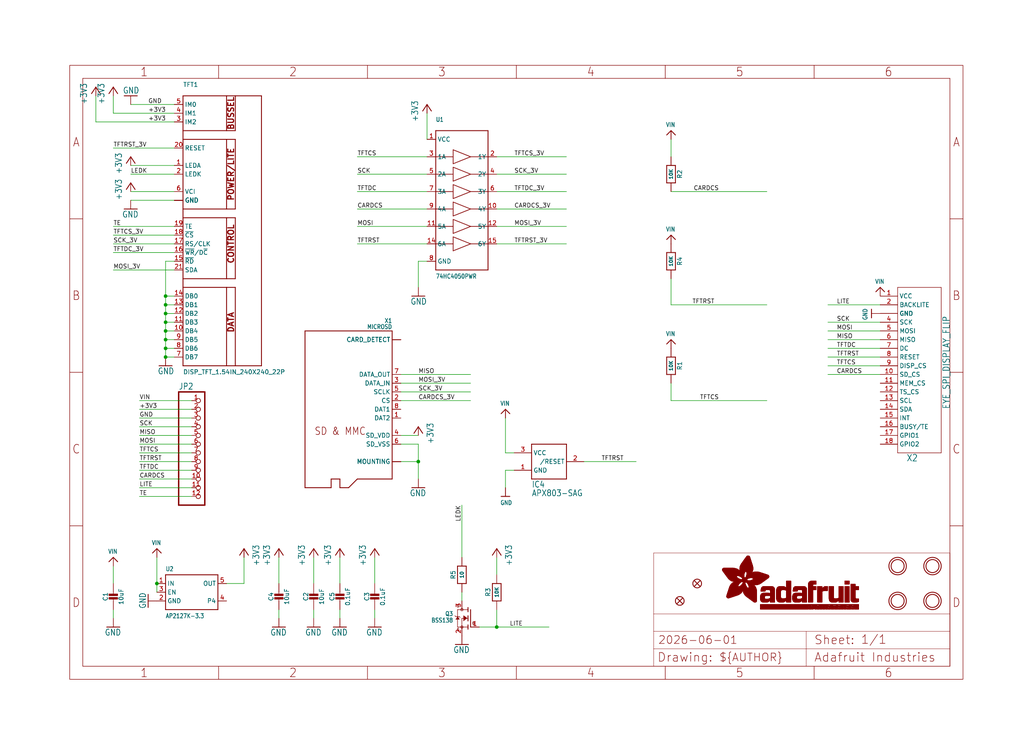
<source format=kicad_sch>
(kicad_sch (version 20230121) (generator eeschema)
  (paper "User" 298.45 217.322)
  (lib_symbols
    (symbol "working-eagle-import:+3V3" (power)
      (property "Value" "+3V3" (at -2.54 -5.08 90))
      (symbol "+3V3_1_0"
        (pin power_in line (at 0 -2.54 90) (length 2.54) (name "+3V3") (number "1"))
      )
    )
    (symbol "working-eagle-import:74HC4050DTSSOP"
      (property "Reference" "U" (at -7.62 22.86 0))
      (symbol "74HC4050DTSSOP_1_0"
        (pin bidirectional line (at -10.16 17.78 0) (length 2.54) (name "VCC") (number "1"))
        (pin bidirectional line (at 10.16 -2.54 180) (length 2.54) (name "4Y") (number "10"))
        (pin bidirectional line (at -10.16 -7.62 0) (length 2.54) (name "5A") (number "11"))
        (pin bidirectional line (at 10.16 -7.62 180) (length 2.54) (name "5Y") (number "12"))
        (pin bidirectional line (at -10.16 -12.7 0) (length 2.54) (name "6A") (number "14"))
        (pin bidirectional line (at 10.16 -12.7 180) (length 2.54) (name "6Y") (number "15"))
        (pin bidirectional line (at 10.16 12.7 180) (length 2.54) (name "1Y") (number "2"))
        (pin bidirectional line (at -10.16 12.7 0) (length 2.54) (name "1A") (number "3"))
        (pin bidirectional line (at 10.16 7.62 180) (length 2.54) (name "2Y") (number "4"))
        (pin bidirectional line (at -10.16 7.62 0) (length 2.54) (name "2A") (number "5"))
        (pin bidirectional line (at 10.16 2.54 180) (length 2.54) (name "3Y") (number "6"))
        (pin bidirectional line (at -10.16 2.54 0) (length 2.54) (name "3A") (number "7"))
        (pin bidirectional line (at -10.16 -17.78 0) (length 2.54) (name "GND") (number "8"))
        (pin bidirectional line (at -10.16 -2.54 0) (length 2.54) (name "4A") (number "9"))
      )
    )
    (symbol "working-eagle-import:APX083-SAG"
      (property "Reference" "IC" (at -5.08 -7.62 0))
      (symbol "APX083-SAG_1_0"
        (pin power_in line (at -10.16 -2.54 0) (length 5.08) (name "GND") (number "1"))
        (pin output line (at 10.16 0 180) (length 5.08) (name "/RESET") (number "2"))
        (pin power_in line (at -10.16 2.54 0) (length 5.08) (name "VCC") (number "3"))
      )
    )
    (symbol "working-eagle-import:CAP_CERAMIC0603_NO"
      (property "Reference" "C" (at -2.29 1.25 90))
      (symbol "CAP_CERAMIC0603_NO_1_0"
        (pin passive line (at 0 5.08 270) (length 2.54) (name "1") (number "1"))
        (pin passive line (at 0 -2.54 90) (length 2.54) (name "2") (number "2"))
      )
    )
    (symbol "working-eagle-import:CAP_CERAMIC0805-NOOUTLINE"
      (property "Reference" "C" (at -2.29 1.25 90))
      (symbol "CAP_CERAMIC0805-NOOUTLINE_1_0"
        (pin passive line (at 0 5.08 270) (length 2.54) (name "1") (number "1"))
        (pin passive line (at 0 -2.54 90) (length 2.54) (name "2") (number "2"))
      )
    )
    (symbol "working-eagle-import:DISP_TFT_1.54IN_240X240_22P"
      (property "Reference" "TFT" (at -15.24 43.18 0))
      (symbol "DISP_TFT_1.54IN_240X240_22P_1_0"
        (text "BUSSEL" (at -1.27 35.56 900) (effects (font (size 1.6764 1.6764) (thickness 0.3353) bold)))
        (text "CONTROL" (at -1.27 -2.54 900) (effects (font (size 1.6764 1.6764) (thickness 0.3353) bold)))
        (text "DATA" (at -1.27 -25.4 900) (effects (font (size 1.6764 1.6764) (thickness 0.3353) bold)))
        (text "POWER/LITE" (at -1.27 17.78 900) (effects (font (size 1.6764 1.6764) (thickness 0.3353) bold)))
        (pin input line (at -17.78 20.32 0) (length 2.54) (name "LEDA") (number "1"))
        (pin bidirectional line (at -17.78 -27.94 0) (length 2.54) (name "DB4") (number "10"))
        (pin bidirectional line (at -17.78 -25.4 0) (length 2.54) (name "DB3") (number "11"))
        (pin bidirectional line (at -17.78 -22.86 0) (length 2.54) (name "DB2") (number "12"))
        (pin bidirectional line (at -17.78 -20.32 0) (length 2.54) (name "DB1") (number "13"))
        (pin bidirectional line (at -17.78 -17.78 0) (length 2.54) (name "DB0") (number "14"))
        (pin input line (at -17.78 -7.62 0) (length 2.54) (name "~{RD}") (number "15"))
        (pin input line (at -17.78 -5.08 0) (length 2.54) (name "~{WR}/D~{C}") (number "16"))
        (pin input line (at -17.78 -2.54 0) (length 2.54) (name "RS/CLK") (number "17"))
        (pin input line (at -17.78 0 0) (length 2.54) (name "~{CS}") (number "18"))
        (pin output line (at -17.78 2.54 0) (length 2.54) (name "TE") (number "19"))
        (pin input line (at -17.78 17.78 0) (length 2.54) (name "LEDK") (number "2"))
        (pin input line (at -17.78 25.4 0) (length 2.54) (name "RESET") (number "20"))
        (pin bidirectional line (at -17.78 -10.16 0) (length 2.54) (name "SDA") (number "21"))
        (pin power_in line (at -17.78 10.16 0) (length 2.54) (name "GND") (number "22"))
        (pin input line (at -17.78 33.02 0) (length 2.54) (name "IM2") (number "3"))
        (pin input line (at -17.78 35.56 0) (length 2.54) (name "IM1") (number "4"))
        (pin input line (at -17.78 38.1 0) (length 2.54) (name "IM0") (number "5"))
        (pin power_in line (at -17.78 12.7 0) (length 2.54) (name "VCI") (number "6"))
        (pin bidirectional line (at -17.78 -35.56 0) (length 2.54) (name "DB7") (number "7"))
        (pin bidirectional line (at -17.78 -33.02 0) (length 2.54) (name "DB6") (number "8"))
        (pin bidirectional line (at -17.78 -30.48 0) (length 2.54) (name "DB5") (number "9"))
        (pin power_in line (at -17.78 10.16 0) (length 2.54) (name "GND") (number "SUPPORT1"))
        (pin power_in line (at -17.78 10.16 0) (length 2.54) (name "GND") (number "SUPPORT2"))
      )
    )
    (symbol "working-eagle-import:EYE_SPI_DISPLAY_FLIP"
      (property "Reference" "X" (at 2.54 -27.94 0))
      (symbol "EYE_SPI_DISPLAY_FLIP_1_0"
        (pin power_in line (at -5.08 20.32 0) (length 5.08) (name "VCC") (number "1"))
        (pin input line (at -5.08 -2.54 0) (length 5.08) (name "SD_CS") (number "10"))
        (pin input line (at -5.08 -5.08 0) (length 5.08) (name "MEM_CS") (number "11"))
        (pin input line (at -5.08 -7.62 0) (length 5.08) (name "TS_CS") (number "12"))
        (pin input line (at -5.08 -10.16 0) (length 5.08) (name "SCL") (number "13"))
        (pin bidirectional line (at -5.08 -12.7 0) (length 5.08) (name "SDA") (number "14"))
        (pin output line (at -5.08 -15.24 0) (length 5.08) (name "INT") (number "15"))
        (pin output line (at -5.08 -17.78 0) (length 5.08) (name "BUSY/TE") (number "16"))
        (pin passive line (at -5.08 -20.32 0) (length 5.08) (name "GPIO1") (number "17"))
        (pin passive line (at -5.08 -22.86 0) (length 5.08) (name "GPIO2") (number "18"))
        (pin input line (at -5.08 17.78 0) (length 5.08) (name "BACKLITE") (number "2"))
        (pin power_in line (at -5.08 15.24 0) (length 5.08) (name "GND") (number "3"))
        (pin input line (at -5.08 12.7 0) (length 5.08) (name "SCK") (number "4"))
        (pin input line (at -5.08 10.16 0) (length 5.08) (name "MOSI") (number "5"))
        (pin output line (at -5.08 7.62 0) (length 5.08) (name "MISO") (number "6"))
        (pin input line (at -5.08 5.08 0) (length 5.08) (name "DC") (number "7"))
        (pin input line (at -5.08 2.54 0) (length 5.08) (name "RESET") (number "8"))
        (pin input line (at -5.08 0 0) (length 5.08) (name "DISP_CS") (number "9"))
        (pin power_in line (at -5.08 15.24 0) (length 5.08) (name "GND") (number "SUPPORT1"))
        (pin power_in line (at -5.08 15.24 0) (length 5.08) (name "GND") (number "SUPPORT2"))
      )
    )
    (symbol "working-eagle-import:FIDUCIAL_1MM")
    (symbol "working-eagle-import:FRAME_A4_ADAFRUIT"
      (symbol "FRAME_A4_ADAFRUIT_1_0"
        (text "${#}/${##}" (at 230.505 10.16 0) (effects (font (size 2.54 2.54)) (justify left bottom)))
        (text "${AUTHOR}" (at 189.23 5.08 0) (effects (font (size 2.286 2.286)) (justify left bottom)))
        (text "${CURRENT_DATE}" (at 171.45 10.16 0) (effects (font (size 2.286 2.286)) (justify left bottom)))
        (text "${PROJECTNAME}" (at 171.45 15.24 0) (effects (font (size 2.54 2.54)) (justify left bottom)))
        (text "1" (at 21.6958 1.905 0) (effects (font (size 2.54 2.286))))
        (text "1" (at 21.6958 177.165 0) (effects (font (size 2.54 2.286))))
        (text "2" (at 65.0875 1.905 0) (effects (font (size 2.54 2.286))))
        (text "2" (at 65.0875 177.165 0) (effects (font (size 2.54 2.286))))
        (text "3" (at 108.4792 1.905 0) (effects (font (size 2.54 2.286))))
        (text "3" (at 108.4792 177.165 0) (effects (font (size 2.54 2.286))))
        (text "4" (at 151.8708 1.905 0) (effects (font (size 2.54 2.286))))
        (text "4" (at 151.8708 177.165 0) (effects (font (size 2.54 2.286))))
        (text "5" (at 195.2625 1.905 0) (effects (font (size 2.54 2.286))))
        (text "5" (at 195.2625 177.165 0) (effects (font (size 2.54 2.286))))
        (text "6" (at 238.6542 1.905 0) (effects (font (size 2.54 2.286))))
        (text "6" (at 238.6542 177.165 0) (effects (font (size 2.54 2.286))))
        (text "A" (at 1.905 156.6863 0) (effects (font (size 2.54 2.286))))
        (text "A" (at 258.445 156.6863 0) (effects (font (size 2.54 2.286))))
        (text "Adafruit Industries" (at 216.916 4.953 0) (effects (font (size 2.54 2.54)) (justify left bottom)))
        (text "B" (at 1.905 111.9188 0) (effects (font (size 2.54 2.286))))
        (text "B" (at 258.445 111.9188 0) (effects (font (size 2.54 2.286))))
        (text "C" (at 1.905 67.1513 0) (effects (font (size 2.54 2.286))))
        (text "C" (at 258.445 67.1513 0) (effects (font (size 2.54 2.286))))
        (text "D" (at 1.905 22.3838 0) (effects (font (size 2.54 2.286))))
        (text "D" (at 258.445 22.3838 0) (effects (font (size 2.54 2.286))))
        (text "Drawing:" (at 171.196 4.953 0) (effects (font (size 2.54 2.54)) (justify left bottom)))
        (text "Sheet:" (at 216.916 10.033 0) (effects (font (size 2.54 2.54)) (justify left bottom)))
      )
    )
    (symbol "working-eagle-import:GND" (power)
      (property "Value" "GND" (at -2.54 -2.54 0))
      (symbol "GND_1_0"
        (pin power_in line (at 0 2.54 270) (length 2.54) (name "GND") (number "1"))
      )
    )
    (symbol "working-eagle-import:HEADER-1X1276MIL"
      (property "Reference" "JP" (at -6.35 18.415 0))
      (symbol "HEADER-1X1276MIL_1_0"
        (pin passive inverted (at -2.54 15.24 0) (length 2.54) (name "1") (number "1"))
        (pin passive inverted (at -2.54 -7.62 0) (length 2.54) (name "10") (number "10"))
        (pin passive inverted (at -2.54 -10.16 0) (length 2.54) (name "11") (number "11"))
        (pin passive inverted (at -2.54 -12.7 0) (length 2.54) (name "12") (number "12"))
        (pin passive inverted (at -2.54 12.7 0) (length 2.54) (name "2") (number "2"))
        (pin passive inverted (at -2.54 10.16 0) (length 2.54) (name "3") (number "3"))
        (pin passive inverted (at -2.54 7.62 0) (length 2.54) (name "4") (number "4"))
        (pin passive inverted (at -2.54 5.08 0) (length 2.54) (name "5") (number "5"))
        (pin passive inverted (at -2.54 2.54 0) (length 2.54) (name "6") (number "6"))
        (pin passive inverted (at -2.54 0 0) (length 2.54) (name "7") (number "7"))
        (pin passive inverted (at -2.54 -2.54 0) (length 2.54) (name "8") (number "8"))
        (pin passive inverted (at -2.54 -5.08 0) (length 2.54) (name "9") (number "9"))
      )
    )
    (symbol "working-eagle-import:MICROSD"
      (property "Reference" "X" (at -12.7 22.606 0))
      (symbol "MICROSD_1_0"
        (text "SD & MMC" (at -5.08 -10.16 0) (effects (font (size 2.1844 1.8567)) (justify left bottom)))
        (pin bidirectional line (at -15.24 -5.08 0) (length 2.54) (name "DAT2") (number "1"))
        (pin input line (at -15.24 0 0) (length 2.54) (name "CS") (number "2"))
        (pin input line (at -15.24 5.08 0) (length 2.54) (name "DATA_IN") (number "3"))
        (pin power_in line (at -15.24 -10.16 0) (length 2.54) (name "SD_VDD") (number "4"))
        (pin input line (at -15.24 2.54 0) (length 2.54) (name "SCLK") (number "5"))
        (pin power_in line (at -15.24 -12.7 0) (length 2.54) (name "SD_VSS") (number "6"))
        (pin output line (at -15.24 7.62 0) (length 2.54) (name "DATA_OUT") (number "7"))
        (pin bidirectional line (at -15.24 -2.54 0) (length 2.54) (name "DAT1") (number "8"))
        (pin passive line (at -15.24 17.78 0) (length 2.54) (name "CARD_DETECT") (number "CD1"))
        (pin passive line (at -15.24 17.78 0) (length 2.54) (name "CARD_DETECT") (number "CD2"))
        (pin passive line (at -15.24 -17.78 0) (length 2.54) (name "MOUNTING") (number "MT1"))
        (pin passive line (at -15.24 -17.78 0) (length 2.54) (name "MOUNTING") (number "MT2"))
      )
    )
    (symbol "working-eagle-import:MOSFET-NWIDE"
      (property "Reference" "Q" (at 5.08 0.635 0))
      (symbol "MOSFET-NWIDE_1_0"
        (text "D" (at 3.175 3.175 0) (effects (font (size 0.8128 0.6908)) (justify left bottom)))
        (text "G" (at -1.27 -1.905 0) (effects (font (size 0.8128 0.6908)) (justify left bottom)))
        (text "S" (at 3.175 -3.81 0) (effects (font (size 0.8128 0.6908)) (justify left bottom)))
        (pin bidirectional line (at -2.54 -2.54 0) (length 2.54) (name "G") (number "1"))
        (pin bidirectional line (at 2.54 -5.08 90) (length 2.54) (name "S") (number "2"))
        (pin bidirectional line (at 2.54 5.08 270) (length 2.54) (name "D") (number "3"))
      )
    )
    (symbol "working-eagle-import:MOUNTINGHOLE2.5")
    (symbol "working-eagle-import:RESISTOR_0603_NOOUT"
      (property "Reference" "R" (at 0 2.54 0))
      (symbol "RESISTOR_0603_NOOUT_1_0"
        (pin passive line (at -5.08 0 0) (length 2.54) (name "1") (number "1"))
        (pin passive line (at 5.08 0 180) (length 2.54) (name "2") (number "2"))
      )
    )
    (symbol "working-eagle-import:VIN" (power)
      (property "Value" "VIN" (at -1.524 1.016 0))
      (symbol "VIN_1_0"
        (pin power_in line (at 0 -2.54 90) (length 2.54) (name "VIN") (number "1"))
      )
    )
    (symbol "working-eagle-import:VREG_SOT23-5"
      (property "Reference" "U" (at -7.62 6.096 0))
      (symbol "VREG_SOT23-5_1_0"
        (pin power_in line (at -10.16 2.54 0) (length 2.54) (name "IN") (number "1"))
        (pin power_in line (at -10.16 -2.54 0) (length 2.54) (name "GND") (number "2"))
        (pin input line (at -10.16 0 0) (length 2.54) (name "EN") (number "3"))
        (pin bidirectional line (at 10.16 -2.54 180) (length 2.54) (name "P4") (number "4"))
        (pin power_in line (at 10.16 2.54 180) (length 2.54) (name "OUT") (number "5"))
      )
    )
    (symbol "working-eagle-import:adafruit_power_VIN" (power)
      (property "Value" "adafruit_power_VIN" (at -1.524 1.016 0))
      (symbol "adafruit_power_VIN_1_0"
        (pin power_in line (at 0 -2.54 90) (length 2.54) (name "VIN") (number "1"))
      )
    )
    (symbol "working-eagle-import:microbuilder_GND" (power)
      (property "Value" "microbuilder_GND" (at -1.524 -2.54 0))
      (symbol "microbuilder_GND_1_0"
        (pin power_in line (at 0 2.54 270) (length 2.54) (name "GND") (number "1"))
      )
    )
  )
  (junction (at 48.26 88.9))
  (junction (at 48.26 101.6))
  (junction (at 45.72 170.18))
  (junction (at 48.26 91.44))
  (junction (at 48.26 96.52))
  (junction (at 48.26 86.36))
  (junction (at 121.92 134.62))
  (junction (at 48.26 93.98))
  (junction (at 48.26 99.06))
  (junction (at 144.78 182.88))
  (junction (at 48.26 104.14))
  (wire (pts (xy 55.88 142.24) (xy 40.64 142.24)) (stroke (width 0.1524)))
  (wire (pts (xy 149.86 132.08) (xy 147.32 132.08)) (stroke (width 0.1524)))
  (wire (pts (xy 109.22 162.56) (xy 109.22 170.18)) (stroke (width 0.1524)))
  (wire (pts (xy 71.12 162.56) (xy 71.12 170.18)) (stroke (width 0.1524)))
  (wire (pts (xy 55.88 134.62) (xy 40.64 134.62)) (stroke (width 0.1524)))
  (wire (pts (xy 195.58 45.72) (xy 195.58 40.64)) (stroke (width 0.1524)))
  (wire (pts (xy 81.28 162.56) (xy 81.28 170.18)) (stroke (width 0.1524)))
  (wire (pts (xy 50.8 91.44) (xy 48.26 91.44)) (stroke (width 0.1524)))
  (wire (pts (xy 40.64 127) (xy 55.88 127)) (stroke (width 0.1524)))
  (wire (pts (xy 104.14 50.8) (xy 124.46 50.8)) (stroke (width 0.1524)))
  (wire (pts (xy 241.3 106.68) (xy 256.54 106.68)) (stroke (width 0.1524)))
  (wire (pts (xy 55.88 137.16) (xy 40.64 137.16)) (stroke (width 0.1524)))
  (wire (pts (xy 104.14 60.96) (xy 124.46 60.96)) (stroke (width 0.1524)))
  (wire (pts (xy 48.26 93.98) (xy 48.26 96.52)) (stroke (width 0.1524)))
  (wire (pts (xy 137.16 114.3) (xy 116.84 114.3)) (stroke (width 0.1524)))
  (wire (pts (xy 124.46 76.2) (xy 121.92 76.2)) (stroke (width 0.1524)))
  (wire (pts (xy 144.78 45.72) (xy 165.1 45.72)) (stroke (width 0.1524)))
  (wire (pts (xy 55.88 116.84) (xy 40.64 116.84)) (stroke (width 0.1524)))
  (wire (pts (xy 55.88 139.7) (xy 40.64 139.7)) (stroke (width 0.1524)))
  (wire (pts (xy 91.44 162.56) (xy 91.44 170.18)) (stroke (width 0.1524)))
  (wire (pts (xy 256.54 96.52) (xy 241.3 96.52)) (stroke (width 0.1524)))
  (wire (pts (xy 50.8 50.8) (xy 38.1 50.8)) (stroke (width 0.1524)))
  (wire (pts (xy 144.78 182.88) (xy 144.78 177.8)) (stroke (width 0.1524)))
  (wire (pts (xy 55.88 121.92) (xy 40.64 121.92)) (stroke (width 0.1524)))
  (wire (pts (xy 256.54 109.22) (xy 241.3 109.22)) (stroke (width 0.1524)))
  (wire (pts (xy 256.54 104.14) (xy 241.3 104.14)) (stroke (width 0.1524)))
  (wire (pts (xy 256.54 101.6) (xy 241.3 101.6)) (stroke (width 0.1524)))
  (wire (pts (xy 33.02 165.1) (xy 33.02 170.18)) (stroke (width 0.1524)))
  (wire (pts (xy 55.88 124.46) (xy 40.64 124.46)) (stroke (width 0.1524)))
  (wire (pts (xy 48.26 93.98) (xy 50.8 93.98)) (stroke (width 0.1524)))
  (wire (pts (xy 50.8 66.04) (xy 33.02 66.04)) (stroke (width 0.1524)))
  (wire (pts (xy 66.04 170.18) (xy 71.12 170.18)) (stroke (width 0.1524)))
  (wire (pts (xy 121.92 129.54) (xy 121.92 134.62)) (stroke (width 0.1524)))
  (wire (pts (xy 50.8 33.02) (xy 33.02 33.02)) (stroke (width 0.1524)))
  (wire (pts (xy 33.02 71.12) (xy 50.8 71.12)) (stroke (width 0.1524)))
  (wire (pts (xy 91.44 180.34) (xy 91.44 177.8)) (stroke (width 0.1524)))
  (wire (pts (xy 165.1 60.96) (xy 144.78 60.96)) (stroke (width 0.1524)))
  (wire (pts (xy 33.02 33.02) (xy 33.02 27.94)) (stroke (width 0.1524)))
  (wire (pts (xy 116.84 134.62) (xy 121.92 134.62)) (stroke (width 0.1524)))
  (wire (pts (xy 50.8 86.36) (xy 48.26 86.36)) (stroke (width 0.1524)))
  (wire (pts (xy 104.14 66.04) (xy 124.46 66.04)) (stroke (width 0.1524)))
  (wire (pts (xy 116.84 109.22) (xy 137.16 109.22)) (stroke (width 0.1524)))
  (wire (pts (xy 40.64 132.08) (xy 55.88 132.08)) (stroke (width 0.1524)))
  (wire (pts (xy 48.26 101.6) (xy 48.26 104.14)) (stroke (width 0.1524)))
  (wire (pts (xy 124.46 45.72) (xy 104.14 45.72)) (stroke (width 0.1524)))
  (wire (pts (xy 256.54 93.98) (xy 241.3 93.98)) (stroke (width 0.1524)))
  (wire (pts (xy 99.06 162.56) (xy 99.06 170.18)) (stroke (width 0.1524)))
  (wire (pts (xy 104.14 71.12) (xy 124.46 71.12)) (stroke (width 0.1524)))
  (wire (pts (xy 241.3 99.06) (xy 256.54 99.06)) (stroke (width 0.1524)))
  (wire (pts (xy 48.26 88.9) (xy 50.8 88.9)) (stroke (width 0.1524)))
  (wire (pts (xy 27.94 35.56) (xy 50.8 35.56)) (stroke (width 0.1524)))
  (wire (pts (xy 27.94 27.94) (xy 27.94 35.56)) (stroke (width 0.1524)))
  (wire (pts (xy 50.8 73.66) (xy 33.02 73.66)) (stroke (width 0.1524)))
  (wire (pts (xy 55.88 144.78) (xy 40.64 144.78)) (stroke (width 0.1524)))
  (wire (pts (xy 223.52 55.88) (xy 195.58 55.88)) (stroke (width 0.1524)))
  (wire (pts (xy 124.46 40.64) (xy 124.46 33.02)) (stroke (width 0.1524)))
  (wire (pts (xy 195.58 116.84) (xy 195.58 111.76)) (stroke (width 0.1524)))
  (wire (pts (xy 48.26 99.06) (xy 50.8 99.06)) (stroke (width 0.1524)))
  (wire (pts (xy 195.58 88.9) (xy 195.58 81.28)) (stroke (width 0.1524)))
  (wire (pts (xy 144.78 66.04) (xy 165.1 66.04)) (stroke (width 0.1524)))
  (wire (pts (xy 104.14 55.88) (xy 124.46 55.88)) (stroke (width 0.1524)))
  (wire (pts (xy 48.26 91.44) (xy 48.26 93.98)) (stroke (width 0.1524)))
  (wire (pts (xy 40.64 119.38) (xy 55.88 119.38)) (stroke (width 0.1524)))
  (wire (pts (xy 50.8 101.6) (xy 48.26 101.6)) (stroke (width 0.1524)))
  (wire (pts (xy 165.1 50.8) (xy 144.78 50.8)) (stroke (width 0.1524)))
  (wire (pts (xy 195.58 116.84) (xy 223.52 116.84)) (stroke (width 0.1524)))
  (wire (pts (xy 33.02 180.34) (xy 33.02 177.8)) (stroke (width 0.1524)))
  (wire (pts (xy 48.26 86.36) (xy 48.26 88.9)) (stroke (width 0.1524)))
  (wire (pts (xy 147.32 137.16) (xy 149.86 137.16)) (stroke (width 0.1524)))
  (wire (pts (xy 50.8 78.74) (xy 33.02 78.74)) (stroke (width 0.1524)))
  (wire (pts (xy 160.02 182.88) (xy 144.78 182.88)) (stroke (width 0.1524)))
  (wire (pts (xy 147.32 121.92) (xy 147.32 132.08)) (stroke (width 0.1524)))
  (wire (pts (xy 147.32 142.24) (xy 147.32 137.16)) (stroke (width 0.1524)))
  (wire (pts (xy 50.8 76.2) (xy 48.26 76.2)) (stroke (width 0.1524)))
  (wire (pts (xy 55.88 129.54) (xy 40.64 129.54)) (stroke (width 0.1524)))
  (wire (pts (xy 121.92 134.62) (xy 121.92 139.7)) (stroke (width 0.1524)))
  (wire (pts (xy 121.92 127) (xy 116.84 127)) (stroke (width 0.1524)))
  (wire (pts (xy 256.54 88.9) (xy 241.3 88.9)) (stroke (width 0.1524)))
  (wire (pts (xy 50.8 48.26) (xy 38.1 48.26)) (stroke (width 0.1524)))
  (wire (pts (xy 48.26 76.2) (xy 48.26 86.36)) (stroke (width 0.1524)))
  (wire (pts (xy 134.62 172.72) (xy 134.62 175.26)) (stroke (width 0.1524)))
  (wire (pts (xy 81.28 180.34) (xy 81.28 177.8)) (stroke (width 0.1524)))
  (wire (pts (xy 50.8 55.88) (xy 38.1 55.88)) (stroke (width 0.1524)))
  (wire (pts (xy 121.92 76.2) (xy 121.92 83.82)) (stroke (width 0.1524)))
  (wire (pts (xy 144.78 71.12) (xy 165.1 71.12)) (stroke (width 0.1524)))
  (wire (pts (xy 165.1 55.88) (xy 144.78 55.88)) (stroke (width 0.1524)))
  (wire (pts (xy 50.8 96.52) (xy 48.26 96.52)) (stroke (width 0.1524)))
  (wire (pts (xy 134.62 147.32) (xy 134.62 162.56)) (stroke (width 0.1524)))
  (wire (pts (xy 48.26 88.9) (xy 48.26 91.44)) (stroke (width 0.1524)))
  (wire (pts (xy 50.8 43.18) (xy 33.02 43.18)) (stroke (width 0.1524)))
  (wire (pts (xy 50.8 68.58) (xy 33.02 68.58)) (stroke (width 0.1524)))
  (wire (pts (xy 195.58 88.9) (xy 223.52 88.9)) (stroke (width 0.1524)))
  (wire (pts (xy 137.16 116.84) (xy 116.84 116.84)) (stroke (width 0.1524)))
  (wire (pts (xy 48.26 99.06) (xy 48.26 101.6)) (stroke (width 0.1524)))
  (wire (pts (xy 38.1 30.48) (xy 50.8 30.48)) (stroke (width 0.1524)))
  (wire (pts (xy 45.72 162.56) (xy 45.72 170.18)) (stroke (width 0.1524)))
  (wire (pts (xy 144.78 162.56) (xy 144.78 167.64)) (stroke (width 0.1524)))
  (wire (pts (xy 109.22 180.34) (xy 109.22 177.8)) (stroke (width 0.1524)))
  (wire (pts (xy 99.06 180.34) (xy 99.06 177.8)) (stroke (width 0.1524)))
  (wire (pts (xy 116.84 129.54) (xy 121.92 129.54)) (stroke (width 0.1524)))
  (wire (pts (xy 48.26 96.52) (xy 48.26 99.06)) (stroke (width 0.1524)))
  (wire (pts (xy 38.1 58.42) (xy 50.8 58.42)) (stroke (width 0.1524)))
  (wire (pts (xy 170.18 134.62) (xy 185.42 134.62)) (stroke (width 0.1524)))
  (wire (pts (xy 137.16 111.76) (xy 116.84 111.76)) (stroke (width 0.1524)))
  (wire (pts (xy 45.72 172.72) (xy 45.72 170.18)) (stroke (width 0.1524)))
  (wire (pts (xy 48.26 104.14) (xy 50.8 104.14)) (stroke (width 0.1524)))
  (wire (pts (xy 139.7 182.88) (xy 144.78 182.88)) (stroke (width 0.1524)))
  (label "CARDCS" (at 104.14 60.96 0) (effects (font (size 1.2446 1.2446))))
  (label "TFTCS" (at 243.84 106.68 0) (effects (font (size 1.2446 1.2446))))
  (label "SCK" (at 243.84 93.98 0) (effects (font (size 1.2446 1.2446))))
  (label "TFTDC" (at 243.84 101.6 0) (effects (font (size 1.2446 1.2446))))
  (label "LITE" (at 40.64 142.24 0) (effects (font (size 1.2446 1.2446))))
  (label "TFTRST" (at 175.26 134.62 0) (effects (font (size 1.2446 1.2446))))
  (label "TFTRST" (at 40.64 134.62 0) (effects (font (size 1.2446 1.2446))))
  (label "+3V3" (at 43.18 35.56 0) (effects (font (size 1.2446 1.2446))))
  (label "MOSI" (at 104.14 66.04 0) (effects (font (size 1.2446 1.2446))))
  (label "TFTCS" (at 209.55 116.84 180) (effects (font (size 1.2446 1.2446))))
  (label "TFTCS" (at 104.14 45.72 0) (effects (font (size 1.2446 1.2446))))
  (label "MOSI" (at 243.84 96.52 0) (effects (font (size 1.2446 1.2446))))
  (label "GND" (at 40.64 121.92 0) (effects (font (size 1.2446 1.2446))))
  (label "TFTCS_3V" (at 149.86 45.72 0) (effects (font (size 1.2446 1.2446))))
  (label "CARDCS_3V" (at 149.86 60.96 0) (effects (font (size 1.2446 1.2446))))
  (label "GND" (at 43.18 30.48 0) (effects (font (size 1.2446 1.2446))))
  (label "TFTRST_3V" (at 149.86 71.12 0) (effects (font (size 1.2446 1.2446))))
  (label "LEDK" (at 134.62 147.32 270) (effects (font (size 1.2446 1.2446))))
  (label "MOSI_3V" (at 149.86 66.04 0) (effects (font (size 1.2446 1.2446))))
  (label "LEDK" (at 38.1 50.8 0) (effects (font (size 1.2446 1.2446))))
  (label "MOSI_3V" (at 33.02 78.74 0) (effects (font (size 1.2446 1.2446))))
  (label "LITE" (at 243.84 88.9 0) (effects (font (size 1.2446 1.2446))))
  (label "VIN" (at 40.64 116.84 0) (effects (font (size 1.2446 1.2446))))
  (label "SCK_3V" (at 149.86 50.8 0) (effects (font (size 1.2446 1.2446))))
  (label "MISO" (at 243.84 99.06 0) (effects (font (size 1.2446 1.2446))))
  (label "MISO" (at 40.64 127 0) (effects (font (size 1.2446 1.2446))))
  (label "TFTDC" (at 40.64 137.16 0) (effects (font (size 1.2446 1.2446))))
  (label "TFTCS_3V" (at 33.02 68.58 0) (effects (font (size 1.2446 1.2446))))
  (label "TFTRST_3V" (at 33.02 43.18 0) (effects (font (size 1.2446 1.2446))))
  (label "CARDCS" (at 40.64 139.7 0) (effects (font (size 1.2446 1.2446))))
  (label "MISO" (at 121.92 109.22 0) (effects (font (size 1.2446 1.2446))))
  (label "TFTDC_3V" (at 33.02 73.66 0) (effects (font (size 1.2446 1.2446))))
  (label "SCK" (at 104.14 50.8 0) (effects (font (size 1.2446 1.2446))))
  (label "TFTCS" (at 40.64 132.08 0) (effects (font (size 1.2446 1.2446))))
  (label "TFTRST" (at 208.28 88.9 180) (effects (font (size 1.2446 1.2446))))
  (label "CARDCS_3V" (at 121.92 116.84 0) (effects (font (size 1.2446 1.2446))))
  (label "+3V3" (at 40.64 119.38 0) (effects (font (size 1.2446 1.2446))))
  (label "SCK_3V" (at 33.02 71.12 0) (effects (font (size 1.2446 1.2446))))
  (label "TFTRST" (at 243.84 104.14 0) (effects (font (size 1.2446 1.2446))))
  (label "TFTDC_3V" (at 149.86 55.88 0) (effects (font (size 1.2446 1.2446))))
  (label "TFTDC" (at 104.14 55.88 0) (effects (font (size 1.2446 1.2446))))
  (label "SCK_3V" (at 121.92 114.3 0) (effects (font (size 1.2446 1.2446))))
  (label "CARDCS" (at 243.84 109.22 0) (effects (font (size 1.2446 1.2446))))
  (label "TFTRST" (at 104.14 71.12 0) (effects (font (size 1.2446 1.2446))))
  (label "MOSI_3V" (at 121.92 111.76 0) (effects (font (size 1.2446 1.2446))))
  (label "MOSI" (at 40.64 129.54 0) (effects (font (size 1.2446 1.2446))))
  (label "CARDCS" (at 209.55 55.88 180) (effects (font (size 1.2446 1.2446))))
  (label "LITE" (at 152.4 182.88 180) (effects (font (size 1.2446 1.2446))))
  (label "TE" (at 33.02 66.04 0) (effects (font (size 1.2446 1.2446))))
  (label "TE" (at 40.64 144.78 0) (effects (font (size 1.2446 1.2446))))
  (label "+3V3" (at 43.18 33.02 0) (effects (font (size 1.2446 1.2446))))
  (label "SCK" (at 40.64 124.46 0) (effects (font (size 1.2446 1.2446))))
  (symbol (lib_id "working-eagle-import:+3V3") (at 38.1 45.72 0) (unit 1)
    (property "Reference" "#+3V1" (effects hide))
    (property "Value" "+3V3" (at 35.56 50.8 90) (effects (font (size 1.778 1.5113)) (justify left bottom)))
  )
  (symbol (lib_id "working-eagle-import:GND") (at 48.26 106.68 0) (mirror y) (unit 1)
    (property "Reference" "#GND2" (effects hide))
    (property "Value" "GND" (at 50.8 109.22 0) (effects (font (size 1.778 1.5113)) (justify left bottom)))
  )
  (symbol (lib_id "working-eagle-import:+3V3") (at 91.44 160.02 0) (unit 1)
    (property "Reference" "#+3V6" (effects hide))
    (property "Value" "+3V3" (at 88.9 165.1 90) (effects (font (size 1.778 1.5113)) (justify left bottom)))
  )
  (symbol (lib_id "working-eagle-import:microbuilder_GND") (at 254 91.44 270) (unit 1)
    (property "Reference" "#U$18" (effects hide))
    (property "Value" "GND" (at 251.46 89.916 0) (effects (font (size 1.27 1.0795)) (justify left bottom)))
  )
  (symbol (lib_id "working-eagle-import:MOUNTINGHOLE2.5") (at 271.78 175.26 0) (unit 1)
    (property "Reference" "U$9" (effects hide))
    (property "Value" "MOUNTINGHOLE2.5" (effects hide))
    (property "Footprint" "working:MOUNTINGHOLE_2.5_PLATED" (effects hide))
  )
  (symbol (lib_id "working-eagle-import:EYE_SPI_DISPLAY_FLIP") (at 261.62 106.68 0) (unit 1)
    (property "Reference" "X2" (at 264.16 134.62 0) (effects (font (size 1.9304 1.6408)) (justify left bottom)))
    (property "Value" "EYE_SPI_DISPLAY_FLIP" (at 276.86 119.38 90) (effects (font (size 1.9304 1.6408)) (justify left bottom)))
    (property "Footprint" "working:EYE_SPI_DISPLAY_BOTCONTACT" (effects hide))
  )
  (symbol (lib_id "working-eagle-import:CAP_CERAMIC0805-NOOUTLINE") (at 91.44 175.26 0) (unit 1)
    (property "Reference" "C2" (at 89.15 174.01 90))
    (property "Value" "10uF" (at 93.74 174.01 90))
    (property "Footprint" "working:0805-NO" (effects hide))
  )
  (symbol (lib_id "working-eagle-import:adafruit_power_VIN") (at 195.58 68.58 0) (unit 1)
    (property "Reference" "#U$15" (effects hide))
    (property "Value" "VIN" (at 194.056 67.564 0) (effects (font (size 1.27 1.0795)) (justify left bottom)))
  )
  (symbol (lib_id "working-eagle-import:CAP_CERAMIC0603_NO") (at 109.22 175.26 0) (unit 1)
    (property "Reference" "C3" (at 106.93 174.01 90))
    (property "Value" "0.1uF" (at 111.52 174.01 90))
    (property "Footprint" "working:0603-NO" (effects hide))
  )
  (symbol (lib_id "working-eagle-import:adafruit_power_VIN") (at 33.02 162.56 0) (unit 1)
    (property "Reference" "#U$13" (effects hide))
    (property "Value" "VIN" (at 31.496 161.544 0) (effects (font (size 1.27 1.0795)) (justify left bottom)))
  )
  (symbol (lib_id "working-eagle-import:GND") (at 91.44 182.88 0) (unit 1)
    (property "Reference" "#GND11" (effects hide))
    (property "Value" "GND" (at 88.9 185.42 0) (effects (font (size 1.778 1.5113)) (justify left bottom)))
  )
  (symbol (lib_id "working-eagle-import:RESISTOR_0603_NOOUT") (at 144.78 172.72 90) (unit 1)
    (property "Reference" "R3" (at 142.24 172.72 0))
    (property "Value" "10K" (at 144.78 172.72 0) (effects (font (size 1.016 1.016) bold)))
    (property "Footprint" "working:0603-NO" (effects hide))
  )
  (symbol (lib_id "working-eagle-import:MOUNTINGHOLE2.5") (at 271.78 165.1 0) (unit 1)
    (property "Reference" "U$8" (effects hide))
    (property "Value" "MOUNTINGHOLE2.5" (effects hide))
    (property "Footprint" "working:MOUNTINGHOLE_2.5_PLATED" (effects hide))
  )
  (symbol (lib_id "working-eagle-import:FIDUCIAL_1MM") (at 203.2 170.18 0) (unit 1)
    (property "Reference" "U$5" (effects hide))
    (property "Value" "FIDUCIAL_1MM" (effects hide))
    (property "Footprint" "working:FIDUCIAL_1MM" (effects hide))
  )
  (symbol (lib_id "working-eagle-import:GND") (at 109.22 182.88 0) (unit 1)
    (property "Reference" "#GND4" (effects hide))
    (property "Value" "GND" (at 106.68 185.42 0) (effects (font (size 1.778 1.5113)) (justify left bottom)))
  )
  (symbol (lib_id "working-eagle-import:GND") (at 43.18 175.26 270) (unit 1)
    (property "Reference" "#GND9" (effects hide))
    (property "Value" "GND" (at 40.64 172.72 0) (effects (font (size 1.778 1.5113)) (justify left bottom)))
  )
  (symbol (lib_id "working-eagle-import:VREG_SOT23-5") (at 55.88 172.72 0) (unit 1)
    (property "Reference" "U2" (at 48.26 166.624 0) (effects (font (size 1.27 1.0795)) (justify left bottom)))
    (property "Value" "AP2127K-3.3" (at 48.26 180.34 0) (effects (font (size 1.27 1.0795)) (justify left bottom)))
    (property "Footprint" "working:SOT23-5" (effects hide))
  )
  (symbol (lib_id "working-eagle-import:GND") (at 81.28 182.88 0) (unit 1)
    (property "Reference" "#GND13" (effects hide))
    (property "Value" "GND" (at 78.74 185.42 0) (effects (font (size 1.778 1.5113)) (justify left bottom)))
  )
  (symbol (lib_id "working-eagle-import:+3V3") (at 33.02 25.4 0) (unit 1)
    (property "Reference" "#+3V7" (effects hide))
    (property "Value" "+3V3" (at 30.48 30.48 90) (effects (font (size 1.778 1.5113)) (justify left bottom)))
  )
  (symbol (lib_id "working-eagle-import:+3V3") (at 124.46 30.48 0) (unit 1)
    (property "Reference" "#+3V12" (effects hide))
    (property "Value" "+3V3" (at 121.92 35.56 90) (effects (font (size 1.778 1.5113)) (justify left bottom)))
  )
  (symbol (lib_id "working-eagle-import:+3V3") (at 121.92 124.46 0) (mirror y) (unit 1)
    (property "Reference" "#+3V4" (effects hide))
    (property "Value" "+3V3" (at 124.46 129.54 90) (effects (font (size 1.778 1.5113)) (justify left bottom)))
  )
  (symbol (lib_id "working-eagle-import:RESISTOR_0603_NOOUT") (at 134.62 167.64 90) (unit 1)
    (property "Reference" "R5" (at 132.08 167.64 0))
    (property "Value" "10" (at 134.62 167.64 0) (effects (font (size 1.016 1.016) bold)))
    (property "Footprint" "working:0603-NO" (effects hide))
  )
  (symbol (lib_id "working-eagle-import:CAP_CERAMIC0603_NO") (at 99.06 175.26 0) (unit 1)
    (property "Reference" "C5" (at 96.77 174.01 90))
    (property "Value" "0.1uF" (at 101.36 174.01 90))
    (property "Footprint" "working:0603-NO" (effects hide))
  )
  (symbol (lib_id "working-eagle-import:+3V3") (at 27.94 25.4 0) (unit 1)
    (property "Reference" "#+3V13" (effects hide))
    (property "Value" "+3V3" (at 25.4 30.48 90) (effects (font (size 1.778 1.5113)) (justify left bottom)))
  )
  (symbol (lib_id "working-eagle-import:microbuilder_GND") (at 147.32 144.78 0) (unit 1)
    (property "Reference" "#U$11" (effects hide))
    (property "Value" "GND" (at 145.796 147.32 0) (effects (font (size 1.27 1.0795)) (justify left bottom)))
  )
  (symbol (lib_id "working-eagle-import:RESISTOR_0603_NOOUT") (at 195.58 50.8 270) (mirror x) (unit 1)
    (property "Reference" "R2" (at 198.12 50.8 0))
    (property "Value" "10K" (at 195.58 50.8 0) (effects (font (size 1.016 1.016) bold)))
    (property "Footprint" "working:0603-NO" (effects hide))
  )
  (symbol (lib_id "working-eagle-import:APX083-SAG") (at 160.02 134.62 0) (unit 1)
    (property "Reference" "IC4" (at 154.94 142.24 0) (effects (font (size 1.778 1.5113)) (justify left bottom)))
    (property "Value" "APX803-SAG" (at 154.94 144.78 0) (effects (font (size 1.778 1.5113)) (justify left bottom)))
    (property "Footprint" "working:SOT23-WIDE" (effects hide))
  )
  (symbol (lib_id "working-eagle-import:adafruit_power_VIN") (at 195.58 38.1 0) (unit 1)
    (property "Reference" "#U$14" (effects hide))
    (property "Value" "VIN" (at 194.056 37.084 0) (effects (font (size 1.27 1.0795)) (justify left bottom)))
  )
  (symbol (lib_id "working-eagle-import:MICROSD") (at 101.6 116.84 0) (mirror y) (unit 1)
    (property "Reference" "X1" (at 114.3 94.234 0) (effects (font (size 1.27 1.0795)) (justify left bottom)))
    (property "Value" "MICROSD" (at 114.3 96.012 0) (effects (font (size 1.27 1.0795)) (justify left bottom)))
    (property "Footprint" "working:MICROSD" (effects hide))
  )
  (symbol (lib_id "working-eagle-import:CAP_CERAMIC0805-NOOUTLINE") (at 81.28 175.26 0) (unit 1)
    (property "Reference" "C4" (at 78.99 174.01 90))
    (property "Value" "10uF" (at 83.58 174.01 90))
    (property "Footprint" "working:0805-NO" (effects hide))
  )
  (symbol (lib_id "working-eagle-import:GND") (at 38.1 27.94 180) (unit 1)
    (property "Reference" "#GND8" (effects hide))
    (property "Value" "GND" (at 40.64 25.4 0) (effects (font (size 1.778 1.5113)) (justify left bottom)))
  )
  (symbol (lib_id "working-eagle-import:+3V3") (at 99.06 160.02 0) (unit 1)
    (property "Reference" "#+3V11" (effects hide))
    (property "Value" "+3V3" (at 96.52 165.1 90) (effects (font (size 1.778 1.5113)) (justify left bottom)))
  )
  (symbol (lib_id "working-eagle-import:MOSFET-NWIDE") (at 137.16 180.34 0) (mirror y) (unit 1)
    (property "Reference" "Q3" (at 132.08 179.705 0) (effects (font (size 1.27 1.0795)) (justify left bottom)))
    (property "Value" "BSS138" (at 132.08 181.61 0) (effects (font (size 1.27 1.0795)) (justify left bottom)))
    (property "Footprint" "working:SOT23-WIDE" (effects hide))
  )
  (symbol (lib_id "working-eagle-import:+3V3") (at 144.78 160.02 0) (mirror y) (unit 1)
    (property "Reference" "#+3V9" (effects hide))
    (property "Value" "+3V3" (at 147.32 165.1 90) (effects (font (size 1.778 1.5113)) (justify left bottom)))
  )
  (symbol (lib_id "working-eagle-import:+3V3") (at 81.28 160.02 0) (unit 1)
    (property "Reference" "#+3V8" (effects hide))
    (property "Value" "+3V3" (at 78.74 165.1 90) (effects (font (size 1.778 1.5113)) (justify left bottom)))
  )
  (symbol (lib_id "working-eagle-import:FRAME_A4_ADAFRUIT") (at 20.32 198.12 0) (unit 1)
    (property "Reference" "#U$6" (effects hide))
    (property "Value" "FRAME_A4_ADAFRUIT" (effects hide))
  )
  (symbol (lib_id "working-eagle-import:GND") (at 121.92 142.24 0) (unit 1)
    (property "Reference" "#GND1" (effects hide))
    (property "Value" "GND" (at 119.38 144.78 0) (effects (font (size 1.778 1.5113)) (justify left bottom)))
  )
  (symbol (lib_id "working-eagle-import:FIDUCIAL_1MM") (at 198.12 175.26 0) (unit 1)
    (property "Reference" "U$4" (effects hide))
    (property "Value" "FIDUCIAL_1MM" (effects hide))
    (property "Footprint" "working:FIDUCIAL_1MM" (effects hide))
  )
  (symbol (lib_id "working-eagle-import:74HC4050DTSSOP") (at 134.62 58.42 0) (unit 1)
    (property "Reference" "U1" (at 127 35.56 0) (effects (font (size 1.27 1.0795)) (justify left bottom)))
    (property "Value" "74HC4050PWR" (at 127 81.28 0) (effects (font (size 1.27 1.0795)) (justify left bottom)))
    (property "Footprint" "working:TSSOP16" (effects hide))
  )
  (symbol (lib_id "working-eagle-import:RESISTOR_0603_NOOUT") (at 195.58 76.2 270) (mirror x) (unit 1)
    (property "Reference" "R4" (at 198.12 76.2 0))
    (property "Value" "10K" (at 195.58 76.2 0) (effects (font (size 1.016 1.016) bold)))
    (property "Footprint" "working:0603-NO" (effects hide))
  )
  (symbol (lib_id "working-eagle-import:RESISTOR_0603_NOOUT") (at 195.58 106.68 270) (mirror x) (unit 1)
    (property "Reference" "R1" (at 198.12 106.68 0))
    (property "Value" "10K" (at 195.58 106.68 0) (effects (font (size 1.016 1.016) bold)))
    (property "Footprint" "working:0603-NO" (effects hide))
  )
  (symbol (lib_id "working-eagle-import:MOUNTINGHOLE2.5") (at 261.62 175.26 0) (unit 1)
    (property "Reference" "U$7" (effects hide))
    (property "Value" "MOUNTINGHOLE2.5" (effects hide))
    (property "Footprint" "working:MOUNTINGHOLE_2.5_PLATED" (effects hide))
  )
  (symbol (lib_id "working-eagle-import:DISP_TFT_1.54IN_240X240_22P") (at 68.58 68.58 0) (unit 1)
    (property "Reference" "TFT1" (at 53.34 25.4 0) (effects (justify left bottom)))
    (property "Value" "DISP_TFT_1.54IN_240X240_22P" (at 53.34 109.22 0) (effects (justify left bottom)))
    (property "Footprint" "working:TFT_1.54IN_240X240_22PIN" (effects hide))
  )
  (symbol (lib_id "working-eagle-import:adafruit_power_VIN") (at 147.32 119.38 0) (unit 1)
    (property "Reference" "#U$17" (effects hide))
    (property "Value" "VIN" (at 145.796 118.364 0) (effects (font (size 1.27 1.0795)) (justify left bottom)))
  )
  (symbol (lib_id "working-eagle-import:VIN") (at 256.54 83.82 0) (unit 1)
    (property "Reference" "#U$3" (effects hide))
    (property "Value" "VIN" (at 255.016 82.804 0) (effects (font (size 1.27 1.0795)) (justify left bottom)))
  )
  (symbol (lib_id "working-eagle-import:GND") (at 121.92 86.36 0) (mirror y) (unit 1)
    (property "Reference" "#GND7" (effects hide))
    (property "Value" "GND" (at 124.46 88.9 0) (effects (font (size 1.778 1.5113)) (justify left bottom)))
  )
  (symbol (lib_id "working-eagle-import:GND") (at 134.62 187.96 0) (unit 1)
    (property "Reference" "#GND5" (effects hide))
    (property "Value" "GND" (at 132.08 190.5 0) (effects (font (size 1.778 1.5113)) (justify left bottom)))
  )
  (symbol (lib_id "working-eagle-import:HEADER-1X1276MIL") (at 58.42 132.08 0) (unit 1)
    (property "Reference" "JP2" (at 52.07 113.665 0) (effects (font (size 1.778 1.5113)) (justify left bottom)))
    (property "Value" "HEADER-1X1276MIL" (effects hide))
    (property "Footprint" "working:1X12_ROUND_76MIL" (effects hide))
  )
  (symbol (lib_id "working-eagle-import:MOUNTINGHOLE2.5") (at 261.62 165.1 0) (unit 1)
    (property "Reference" "U$10" (effects hide))
    (property "Value" "MOUNTINGHOLE2.5" (effects hide))
    (property "Footprint" "working:MOUNTINGHOLE_2.5_PLATED" (effects hide))
  )
  (symbol (lib_id "working-eagle-import:CAP_CERAMIC0805-NOOUTLINE") (at 33.02 175.26 0) (unit 1)
    (property "Reference" "C1" (at 30.73 174.01 90))
    (property "Value" "10uF" (at 35.32 174.01 90))
    (property "Footprint" "working:0805-NO" (effects hide))
  )
  (symbol (lib_id "working-eagle-import:GND") (at 99.06 182.88 0) (unit 1)
    (property "Reference" "#GND6" (effects hide))
    (property "Value" "GND" (at 96.52 185.42 0) (effects (font (size 1.778 1.5113)) (justify left bottom)))
  )
  (symbol (lib_id "working-eagle-import:GND") (at 38.1 60.96 0) (unit 1)
    (property "Reference" "#GND3" (effects hide))
    (property "Value" "GND" (at 35.56 63.5 0) (effects (font (size 1.778 1.5113)) (justify left bottom)))
  )
  (symbol (lib_id "working-eagle-import:adafruit_power_VIN") (at 195.58 99.06 0) (unit 1)
    (property "Reference" "#U$16" (effects hide))
    (property "Value" "VIN" (at 194.056 98.044 0) (effects (font (size 1.27 1.0795)) (justify left bottom)))
  )
  (symbol (lib_id "working-eagle-import:+3V3") (at 71.12 160.02 0) (mirror y) (unit 1)
    (property "Reference" "#+3V2" (effects hide))
    (property "Value" "+3V3" (at 73.66 165.1 90) (effects (font (size 1.778 1.5113)) (justify left bottom)))
  )
  (symbol (lib_id "working-eagle-import:+3V3") (at 38.1 53.34 0) (unit 1)
    (property "Reference" "#+3V3" (effects hide))
    (property "Value" "+3V3" (at 35.56 58.42 90) (effects (font (size 1.778 1.5113)) (justify left bottom)))
  )
  (symbol (lib_id "working-eagle-import:adafruit_power_VIN") (at 45.72 160.02 0) (unit 1)
    (property "Reference" "#U$12" (effects hide))
    (property "Value" "VIN" (at 44.196 159.004 0) (effects (font (size 1.27 1.0795)) (justify left bottom)))
  )
  (symbol (lib_id "working-eagle-import:GND") (at 33.02 182.88 0) (unit 1)
    (property "Reference" "#GND12" (effects hide))
    (property "Value" "GND" (at 30.48 185.42 0) (effects (font (size 1.778 1.5113)) (justify left bottom)))
  )
  (symbol (lib_id "working-eagle-import:+3V3") (at 109.22 160.02 0) (unit 1)
    (property "Reference" "#+3V10" (effects hide))
    (property "Value" "+3V3" (at 106.68 165.1 90) (effects (font (size 1.778 1.5113)) (justify left bottom)))
  )
)
</source>
